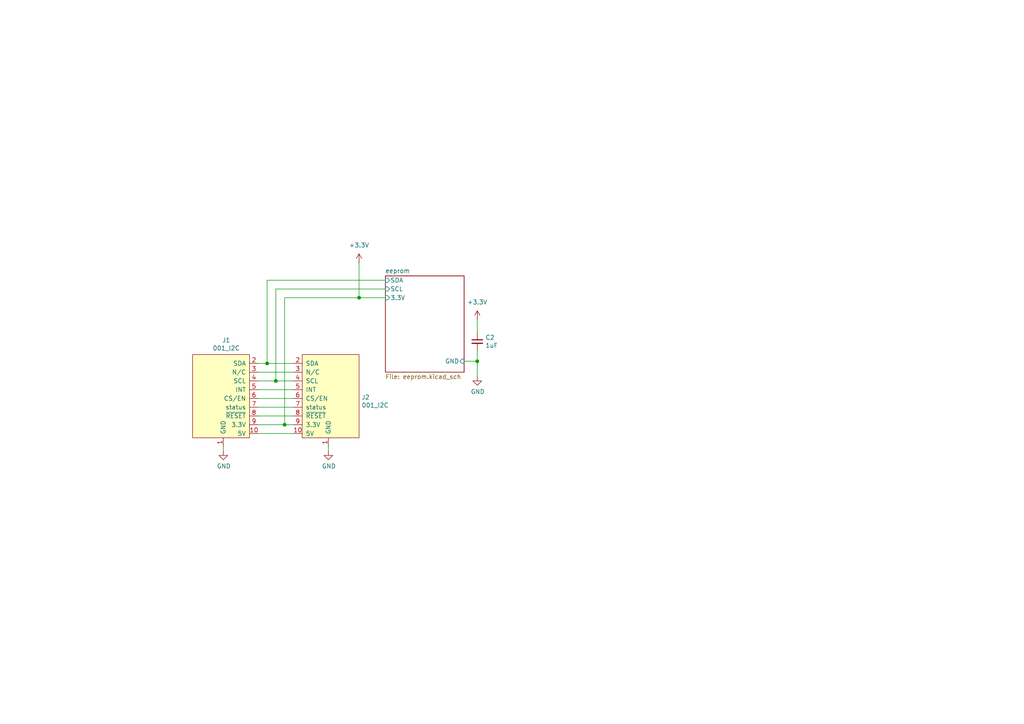
<source format=kicad_sch>
(kicad_sch
	(version 20231120)
	(generator "eeschema")
	(generator_version "8.0")
	(uuid "c3c93de0-69b1-4a04-8e0b-d78caf487c63")
	(paper "A4")
	(lib_symbols
		(symbol "Device:C_Small"
			(pin_numbers hide)
			(pin_names
				(offset 0.254) hide)
			(exclude_from_sim no)
			(in_bom yes)
			(on_board yes)
			(property "Reference" "C"
				(at 0.254 1.778 0)
				(effects
					(font
						(size 1.27 1.27)
					)
					(justify left)
				)
			)
			(property "Value" "C_Small"
				(at 0.254 -2.032 0)
				(effects
					(font
						(size 1.27 1.27)
					)
					(justify left)
				)
			)
			(property "Footprint" ""
				(at 0 0 0)
				(effects
					(font
						(size 1.27 1.27)
					)
					(hide yes)
				)
			)
			(property "Datasheet" "~"
				(at 0 0 0)
				(effects
					(font
						(size 1.27 1.27)
					)
					(hide yes)
				)
			)
			(property "Description" "Unpolarized capacitor, small symbol"
				(at 0 0 0)
				(effects
					(font
						(size 1.27 1.27)
					)
					(hide yes)
				)
			)
			(property "ki_keywords" "capacitor cap"
				(at 0 0 0)
				(effects
					(font
						(size 1.27 1.27)
					)
					(hide yes)
				)
			)
			(property "ki_fp_filters" "C_*"
				(at 0 0 0)
				(effects
					(font
						(size 1.27 1.27)
					)
					(hide yes)
				)
			)
			(symbol "C_Small_0_1"
				(polyline
					(pts
						(xy -1.524 -0.508) (xy 1.524 -0.508)
					)
					(stroke
						(width 0.3302)
						(type default)
					)
					(fill
						(type none)
					)
				)
				(polyline
					(pts
						(xy -1.524 0.508) (xy 1.524 0.508)
					)
					(stroke
						(width 0.3048)
						(type default)
					)
					(fill
						(type none)
					)
				)
			)
			(symbol "C_Small_1_1"
				(pin passive line
					(at 0 2.54 270)
					(length 2.032)
					(name "~"
						(effects
							(font
								(size 1.27 1.27)
							)
						)
					)
					(number "1"
						(effects
							(font
								(size 1.27 1.27)
							)
						)
					)
				)
				(pin passive line
					(at 0 -2.54 90)
					(length 2.032)
					(name "~"
						(effects
							(font
								(size 1.27 1.27)
							)
						)
					)
					(number "2"
						(effects
							(font
								(size 1.27 1.27)
							)
						)
					)
				)
			)
		)
		(symbol "power:+3.3V"
			(power)
			(pin_numbers hide)
			(pin_names
				(offset 0) hide)
			(exclude_from_sim no)
			(in_bom yes)
			(on_board yes)
			(property "Reference" "#PWR"
				(at 0 -3.81 0)
				(effects
					(font
						(size 1.27 1.27)
					)
					(hide yes)
				)
			)
			(property "Value" "+3.3V"
				(at 0 3.556 0)
				(effects
					(font
						(size 1.27 1.27)
					)
				)
			)
			(property "Footprint" ""
				(at 0 0 0)
				(effects
					(font
						(size 1.27 1.27)
					)
					(hide yes)
				)
			)
			(property "Datasheet" ""
				(at 0 0 0)
				(effects
					(font
						(size 1.27 1.27)
					)
					(hide yes)
				)
			)
			(property "Description" "Power symbol creates a global label with name \"+3.3V\""
				(at 0 0 0)
				(effects
					(font
						(size 1.27 1.27)
					)
					(hide yes)
				)
			)
			(property "ki_keywords" "global power"
				(at 0 0 0)
				(effects
					(font
						(size 1.27 1.27)
					)
					(hide yes)
				)
			)
			(symbol "+3.3V_0_1"
				(polyline
					(pts
						(xy -0.762 1.27) (xy 0 2.54)
					)
					(stroke
						(width 0)
						(type default)
					)
					(fill
						(type none)
					)
				)
				(polyline
					(pts
						(xy 0 0) (xy 0 2.54)
					)
					(stroke
						(width 0)
						(type default)
					)
					(fill
						(type none)
					)
				)
				(polyline
					(pts
						(xy 0 2.54) (xy 0.762 1.27)
					)
					(stroke
						(width 0)
						(type default)
					)
					(fill
						(type none)
					)
				)
			)
			(symbol "+3.3V_1_1"
				(pin power_in line
					(at 0 0 90)
					(length 0)
					(name "~"
						(effects
							(font
								(size 1.27 1.27)
							)
						)
					)
					(number "1"
						(effects
							(font
								(size 1.27 1.27)
							)
						)
					)
				)
			)
		)
		(symbol "power:GND"
			(power)
			(pin_numbers hide)
			(pin_names
				(offset 0) hide)
			(exclude_from_sim no)
			(in_bom yes)
			(on_board yes)
			(property "Reference" "#PWR"
				(at 0 -6.35 0)
				(effects
					(font
						(size 1.27 1.27)
					)
					(hide yes)
				)
			)
			(property "Value" "GND"
				(at 0 -3.81 0)
				(effects
					(font
						(size 1.27 1.27)
					)
				)
			)
			(property "Footprint" ""
				(at 0 0 0)
				(effects
					(font
						(size 1.27 1.27)
					)
					(hide yes)
				)
			)
			(property "Datasheet" ""
				(at 0 0 0)
				(effects
					(font
						(size 1.27 1.27)
					)
					(hide yes)
				)
			)
			(property "Description" "Power symbol creates a global label with name \"GND\" , ground"
				(at 0 0 0)
				(effects
					(font
						(size 1.27 1.27)
					)
					(hide yes)
				)
			)
			(property "ki_keywords" "global power"
				(at 0 0 0)
				(effects
					(font
						(size 1.27 1.27)
					)
					(hide yes)
				)
			)
			(symbol "GND_0_1"
				(polyline
					(pts
						(xy 0 0) (xy 0 -1.27) (xy 1.27 -1.27) (xy 0 -2.54) (xy -1.27 -1.27) (xy 0 -1.27)
					)
					(stroke
						(width 0)
						(type default)
					)
					(fill
						(type none)
					)
				)
			)
			(symbol "GND_1_1"
				(pin power_in line
					(at 0 0 270)
					(length 0)
					(name "~"
						(effects
							(font
								(size 1.27 1.27)
							)
						)
					)
					(number "1"
						(effects
							(font
								(size 1.27 1.27)
							)
						)
					)
				)
			)
		)
		(symbol "put_on_edge:001_I2C"
			(pin_names
				(offset 1.016)
			)
			(exclude_from_sim no)
			(in_bom yes)
			(on_board yes)
			(property "Reference" "J"
				(at -2.54 13.97 0)
				(effects
					(font
						(size 1.27 1.27)
					)
				)
			)
			(property "Value" "001_I2C"
				(at 8.89 13.97 0)
				(effects
					(font
						(size 1.27 1.27)
					)
				)
			)
			(property "Footprint" ""
				(at 7.62 16.51 0)
				(effects
					(font
						(size 1.27 1.27)
					)
					(hide yes)
				)
			)
			(property "Datasheet" ""
				(at 7.62 16.51 0)
				(effects
					(font
						(size 1.27 1.27)
					)
					(hide yes)
				)
			)
			(property "Description" ""
				(at 0 0 0)
				(effects
					(font
						(size 1.27 1.27)
					)
					(hide yes)
				)
			)
			(symbol "001_I2C_0_1"
				(rectangle
					(start -8.89 12.7)
					(end 7.62 -11.43)
					(stroke
						(width 0)
						(type default)
					)
					(fill
						(type background)
					)
				)
			)
			(symbol "001_I2C_1_1"
				(pin power_in line
					(at -1.27 -13.97 90)
					(length 2.54)
					(name "GND"
						(effects
							(font
								(size 1.27 1.27)
							)
						)
					)
					(number "1"
						(effects
							(font
								(size 1.27 1.27)
							)
						)
					)
				)
				(pin power_in line
					(at -11.43 -10.16 0)
					(length 2.54)
					(name "5V"
						(effects
							(font
								(size 1.27 1.27)
							)
						)
					)
					(number "10"
						(effects
							(font
								(size 1.27 1.27)
							)
						)
					)
				)
				(pin bidirectional line
					(at -11.43 10.16 0)
					(length 2.54)
					(name "SDA"
						(effects
							(font
								(size 1.27 1.27)
							)
						)
					)
					(number "2"
						(effects
							(font
								(size 1.27 1.27)
							)
						)
					)
				)
				(pin bidirectional line
					(at -11.43 7.62 0)
					(length 2.54)
					(name "N/C"
						(effects
							(font
								(size 1.27 1.27)
							)
						)
					)
					(number "3"
						(effects
							(font
								(size 1.27 1.27)
							)
						)
					)
				)
				(pin bidirectional line
					(at -11.43 5.08 0)
					(length 2.54)
					(name "SCL"
						(effects
							(font
								(size 1.27 1.27)
							)
						)
					)
					(number "4"
						(effects
							(font
								(size 1.27 1.27)
							)
						)
					)
				)
				(pin bidirectional line
					(at -11.43 2.54 0)
					(length 2.54)
					(name "INT"
						(effects
							(font
								(size 1.27 1.27)
							)
						)
					)
					(number "5"
						(effects
							(font
								(size 1.27 1.27)
							)
						)
					)
				)
				(pin bidirectional line
					(at -11.43 0 0)
					(length 2.54)
					(name "CS/EN"
						(effects
							(font
								(size 1.27 1.27)
							)
						)
					)
					(number "6"
						(effects
							(font
								(size 1.27 1.27)
							)
						)
					)
				)
				(pin bidirectional line
					(at -11.43 -2.54 0)
					(length 2.54)
					(name "status"
						(effects
							(font
								(size 1.27 1.27)
							)
						)
					)
					(number "7"
						(effects
							(font
								(size 1.27 1.27)
							)
						)
					)
				)
				(pin bidirectional line
					(at -11.43 -5.08 0)
					(length 2.54)
					(name "~{RESET}"
						(effects
							(font
								(size 1.27 1.27)
							)
						)
					)
					(number "8"
						(effects
							(font
								(size 1.27 1.27)
							)
						)
					)
				)
				(pin power_in line
					(at -11.43 -7.62 0)
					(length 2.54)
					(name "3.3V"
						(effects
							(font
								(size 1.27 1.27)
							)
						)
					)
					(number "9"
						(effects
							(font
								(size 1.27 1.27)
							)
						)
					)
				)
			)
		)
	)
	(junction
		(at 138.43 104.775)
		(diameter 0)
		(color 0 0 0 0)
		(uuid "1e658270-80d3-46b5-a9a7-a413a2e398a6")
	)
	(junction
		(at 82.55 123.19)
		(diameter 0)
		(color 0 0 0 0)
		(uuid "3425f7d7-e898-4946-a5b2-1d0d0ceba348")
	)
	(junction
		(at 77.47 105.41)
		(diameter 0)
		(color 0 0 0 0)
		(uuid "684c672b-9549-4ebb-97fb-36aa7df27a2c")
	)
	(junction
		(at 80.01 110.49)
		(diameter 0)
		(color 0 0 0 0)
		(uuid "afaff8af-3698-4bf6-a556-836549767bb8")
	)
	(junction
		(at 104.14 86.36)
		(diameter 0)
		(color 0 0 0 0)
		(uuid "c1972811-c4b5-4618-baa8-25c0d7723434")
	)
	(wire
		(pts
			(xy 111.76 81.28) (xy 77.47 81.28)
		)
		(stroke
			(width 0)
			(type default)
		)
		(uuid "03d88a85-11fd-47aa-954c-c318bb15294a")
	)
	(wire
		(pts
			(xy 138.43 92.71) (xy 138.43 96.52)
		)
		(stroke
			(width 0)
			(type default)
		)
		(uuid "0ae2607f-db35-4f6e-8b8a-7456ed7273ce")
	)
	(wire
		(pts
			(xy 138.43 104.775) (xy 134.62 104.775)
		)
		(stroke
			(width 0)
			(type default)
		)
		(uuid "120a7b0f-ddfd-4447-85c1-35665465acdb")
	)
	(wire
		(pts
			(xy 111.76 86.36) (xy 104.14 86.36)
		)
		(stroke
			(width 0)
			(type default)
		)
		(uuid "128e34ce-eee7-477d-b905-a493e98db783")
	)
	(wire
		(pts
			(xy 64.77 130.81) (xy 64.77 129.54)
		)
		(stroke
			(width 0)
			(type default)
		)
		(uuid "150878cb-7d3a-41c7-8cc9-7ea3dc444996")
	)
	(wire
		(pts
			(xy 77.47 81.28) (xy 77.47 105.41)
		)
		(stroke
			(width 0)
			(type default)
		)
		(uuid "1a2f72d1-0b36-4610-afc4-4ad1660d5d3b")
	)
	(wire
		(pts
			(xy 74.93 118.11) (xy 85.09 118.11)
		)
		(stroke
			(width 0)
			(type default)
		)
		(uuid "417f13e4-c121-485a-a6b5-8b55e70350b8")
	)
	(wire
		(pts
			(xy 74.93 107.95) (xy 85.09 107.95)
		)
		(stroke
			(width 0)
			(type default)
		)
		(uuid "4acead28-8afa-435e-9f13-cd2b091efe64")
	)
	(wire
		(pts
			(xy 74.93 123.19) (xy 82.55 123.19)
		)
		(stroke
			(width 0)
			(type default)
		)
		(uuid "4e344607-bcca-4b4e-9785-4b13a004ad47")
	)
	(wire
		(pts
			(xy 80.01 110.49) (xy 85.09 110.49)
		)
		(stroke
			(width 0)
			(type default)
		)
		(uuid "51c4dc0a-5b9f-4edf-a83f-4a12881e42ef")
	)
	(wire
		(pts
			(xy 74.93 105.41) (xy 77.47 105.41)
		)
		(stroke
			(width 0)
			(type default)
		)
		(uuid "67621f9e-0a6a-4778-ad69-04dcf300659c")
	)
	(wire
		(pts
			(xy 74.93 110.49) (xy 80.01 110.49)
		)
		(stroke
			(width 0)
			(type default)
		)
		(uuid "68e09be7-3bbc-4443-a838-209ce20b2bef")
	)
	(wire
		(pts
			(xy 74.93 113.03) (xy 85.09 113.03)
		)
		(stroke
			(width 0)
			(type default)
		)
		(uuid "6a780180-586a-4241-a52d-dc7a5ffcc966")
	)
	(wire
		(pts
			(xy 74.93 120.65) (xy 85.09 120.65)
		)
		(stroke
			(width 0)
			(type default)
		)
		(uuid "6ac16825-670d-44b4-a72e-7c9997e16067")
	)
	(wire
		(pts
			(xy 74.93 125.73) (xy 85.09 125.73)
		)
		(stroke
			(width 0)
			(type default)
		)
		(uuid "6bb79fe1-c978-493c-a06d-c611efb7322f")
	)
	(wire
		(pts
			(xy 82.55 123.19) (xy 85.09 123.19)
		)
		(stroke
			(width 0)
			(type default)
		)
		(uuid "7ee4a0d0-a731-4f74-9604-90ebd33efcb8")
	)
	(wire
		(pts
			(xy 74.93 115.57) (xy 85.09 115.57)
		)
		(stroke
			(width 0)
			(type default)
		)
		(uuid "800ae34a-1822-4c80-b809-9098cb50fc0a")
	)
	(wire
		(pts
			(xy 82.55 86.36) (xy 82.55 123.19)
		)
		(stroke
			(width 0)
			(type default)
		)
		(uuid "80a00800-6c3c-48f0-80ac-eee0de09cd94")
	)
	(wire
		(pts
			(xy 138.43 101.6) (xy 138.43 104.775)
		)
		(stroke
			(width 0)
			(type default)
		)
		(uuid "854dd5d4-5fd2-4730-bd49-a9cd8299a065")
	)
	(wire
		(pts
			(xy 80.01 83.82) (xy 80.01 110.49)
		)
		(stroke
			(width 0)
			(type default)
		)
		(uuid "98e81e80-1f85-4152-be3f-99785ea97751")
	)
	(wire
		(pts
			(xy 104.14 76.2) (xy 104.14 86.36)
		)
		(stroke
			(width 0)
			(type default)
		)
		(uuid "9c4c0122-815d-4363-af03-3f603cfdce4e")
	)
	(wire
		(pts
			(xy 111.76 83.82) (xy 80.01 83.82)
		)
		(stroke
			(width 0)
			(type default)
		)
		(uuid "b3d08afa-f296-4e3b-8825-73b6331d35bf")
	)
	(wire
		(pts
			(xy 138.43 104.775) (xy 138.43 109.22)
		)
		(stroke
			(width 0)
			(type default)
		)
		(uuid "cb95112c-1077-4218-bf5e-195563409c87")
	)
	(wire
		(pts
			(xy 104.14 86.36) (xy 82.55 86.36)
		)
		(stroke
			(width 0)
			(type default)
		)
		(uuid "e20233cb-e4d5-4be3-a4fa-aede62932e39")
	)
	(wire
		(pts
			(xy 95.25 129.54) (xy 95.25 130.81)
		)
		(stroke
			(width 0)
			(type default)
		)
		(uuid "e7336ce0-7c80-44a1-88c4-bb2204fe1123")
	)
	(wire
		(pts
			(xy 77.47 105.41) (xy 85.09 105.41)
		)
		(stroke
			(width 0)
			(type default)
		)
		(uuid "f5e5a521-bf19-49d3-a259-8d24e8fa63e1")
	)
	(symbol
		(lib_id "put_on_edge:001_I2C")
		(at 63.5 115.57 0)
		(mirror y)
		(unit 1)
		(exclude_from_sim no)
		(in_bom yes)
		(on_board yes)
		(dnp no)
		(uuid "00000000-0000-0000-0000-000060a8488c")
		(property "Reference" "J1"
			(at 65.6082 98.679 0)
			(effects
				(font
					(size 1.27 1.27)
				)
			)
		)
		(property "Value" "001_I2C"
			(at 65.6082 100.9904 0)
			(effects
				(font
					(size 1.27 1.27)
				)
			)
		)
		(property "Footprint" "on_edge:on_edge_2x05_device"
			(at 55.88 99.06 0)
			(effects
				(font
					(size 1.27 1.27)
				)
				(hide yes)
			)
		)
		(property "Datasheet" ""
			(at 55.88 99.06 0)
			(effects
				(font
					(size 1.27 1.27)
				)
				(hide yes)
			)
		)
		(property "Description" ""
			(at 63.5 115.57 0)
			(effects
				(font
					(size 1.27 1.27)
				)
				(hide yes)
			)
		)
		(property "lcsc" ""
			(at 63.5 115.57 0)
			(effects
				(font
					(size 1.27 1.27)
				)
				(hide yes)
			)
		)
		(pin "1"
			(uuid "75e40396-82ab-4fbe-8918-2c9f61b8e319")
		)
		(pin "10"
			(uuid "8aa5025c-ec47-4dcf-ad74-9679e3cdef83")
		)
		(pin "2"
			(uuid "75825f50-70b2-445a-90be-0311b87c7e5c")
		)
		(pin "3"
			(uuid "d096363e-612f-40ef-bd85-189b3adc14c1")
		)
		(pin "4"
			(uuid "4606986e-2944-4218-b5ea-646f2ccbc821")
		)
		(pin "5"
			(uuid "275d27b7-b611-4afe-95d4-476833c4e292")
		)
		(pin "8"
			(uuid "e2715118-2acd-4636-8cda-350f8c9a378e")
		)
		(pin "9"
			(uuid "710c87df-58cf-4d1c-ad64-932a210b6aae")
		)
		(pin "6"
			(uuid "9f2ac24c-0ee8-421f-b509-cb48462a03ec")
		)
		(pin "7"
			(uuid "779c440c-01e3-4f97-b9df-3089fd4247b9")
		)
		(instances
			(project "board"
				(path "/c3c93de0-69b1-4a04-8e0b-d78caf487c63"
					(reference "J1")
					(unit 1)
				)
			)
		)
	)
	(symbol
		(lib_id "put_on_edge:001_I2C")
		(at 96.52 115.57 0)
		(unit 1)
		(exclude_from_sim no)
		(in_bom yes)
		(on_board yes)
		(dnp no)
		(uuid "00000000-0000-0000-0000-000060a85020")
		(property "Reference" "J2"
			(at 104.8512 115.2398 0)
			(effects
				(font
					(size 1.27 1.27)
				)
				(justify left)
			)
		)
		(property "Value" "001_I2C"
			(at 104.8512 117.5512 0)
			(effects
				(font
					(size 1.27 1.27)
				)
				(justify left)
			)
		)
		(property "Footprint" "on_edge:on_edge_2x05_host"
			(at 104.14 99.06 0)
			(effects
				(font
					(size 1.27 1.27)
				)
				(hide yes)
			)
		)
		(property "Datasheet" ""
			(at 104.14 99.06 0)
			(effects
				(font
					(size 1.27 1.27)
				)
				(hide yes)
			)
		)
		(property "Description" ""
			(at 96.52 115.57 0)
			(effects
				(font
					(size 1.27 1.27)
				)
				(hide yes)
			)
		)
		(property "lcsc" ""
			(at 96.52 115.57 0)
			(effects
				(font
					(size 1.27 1.27)
				)
				(hide yes)
			)
		)
		(pin "1"
			(uuid "bc0f4bb4-c35b-4eae-b0a7-08ce79d65cdf")
		)
		(pin "10"
			(uuid "bb16a516-4131-4a51-bbea-b711bad6e2cf")
		)
		(pin "2"
			(uuid "a444eec5-e928-4788-a032-72ddc2d75cd0")
		)
		(pin "3"
			(uuid "985f8f5a-9247-42fe-bedd-44af6e0600ba")
		)
		(pin "4"
			(uuid "55d3bb9a-fd07-47f6-ac8c-0b322236c705")
		)
		(pin "5"
			(uuid "94b6cf4c-cfd3-4f45-9a61-c91eaca7f7c0")
		)
		(pin "8"
			(uuid "42bc0da6-4c60-48c4-9d16-4154c191a763")
		)
		(pin "9"
			(uuid "7db6856c-56e0-424a-afcb-36cf00770d5a")
		)
		(pin "6"
			(uuid "412af80d-b329-4fec-acbb-b342ff924925")
		)
		(pin "7"
			(uuid "fd4b21d1-dee1-4965-a0ed-440c7725950d")
		)
		(instances
			(project "board"
				(path "/c3c93de0-69b1-4a04-8e0b-d78caf487c63"
					(reference "J2")
					(unit 1)
				)
			)
		)
	)
	(symbol
		(lib_id "power:GND")
		(at 95.25 130.81 0)
		(unit 1)
		(exclude_from_sim no)
		(in_bom yes)
		(on_board yes)
		(dnp no)
		(uuid "00000000-0000-0000-0000-000060a86a80")
		(property "Reference" "#PWR0101"
			(at 95.25 137.16 0)
			(effects
				(font
					(size 1.27 1.27)
				)
				(hide yes)
			)
		)
		(property "Value" "GND"
			(at 95.377 135.2042 0)
			(effects
				(font
					(size 1.27 1.27)
				)
			)
		)
		(property "Footprint" ""
			(at 95.25 130.81 0)
			(effects
				(font
					(size 1.27 1.27)
				)
				(hide yes)
			)
		)
		(property "Datasheet" ""
			(at 95.25 130.81 0)
			(effects
				(font
					(size 1.27 1.27)
				)
				(hide yes)
			)
		)
		(property "Description" "Power symbol creates a global label with name \"GND\" , ground"
			(at 95.25 130.81 0)
			(effects
				(font
					(size 1.27 1.27)
				)
				(hide yes)
			)
		)
		(pin "1"
			(uuid "c8699630-e80d-466a-9378-095fa87eed6c")
		)
		(instances
			(project "board"
				(path "/c3c93de0-69b1-4a04-8e0b-d78caf487c63"
					(reference "#PWR0101")
					(unit 1)
				)
			)
		)
	)
	(symbol
		(lib_id "power:GND")
		(at 64.77 130.81 0)
		(unit 1)
		(exclude_from_sim no)
		(in_bom yes)
		(on_board yes)
		(dnp no)
		(uuid "00000000-0000-0000-0000-000060a86e5e")
		(property "Reference" "#PWR0102"
			(at 64.77 137.16 0)
			(effects
				(font
					(size 1.27 1.27)
				)
				(hide yes)
			)
		)
		(property "Value" "GND"
			(at 64.897 135.2042 0)
			(effects
				(font
					(size 1.27 1.27)
				)
			)
		)
		(property "Footprint" ""
			(at 64.77 130.81 0)
			(effects
				(font
					(size 1.27 1.27)
				)
				(hide yes)
			)
		)
		(property "Datasheet" ""
			(at 64.77 130.81 0)
			(effects
				(font
					(size 1.27 1.27)
				)
				(hide yes)
			)
		)
		(property "Description" "Power symbol creates a global label with name \"GND\" , ground"
			(at 64.77 130.81 0)
			(effects
				(font
					(size 1.27 1.27)
				)
				(hide yes)
			)
		)
		(pin "1"
			(uuid "feb3a40b-c867-4f50-a75a-52cae9820081")
		)
		(instances
			(project "board"
				(path "/c3c93de0-69b1-4a04-8e0b-d78caf487c63"
					(reference "#PWR0102")
					(unit 1)
				)
			)
		)
	)
	(symbol
		(lib_id "power:GND")
		(at 138.43 109.22 0)
		(unit 1)
		(exclude_from_sim no)
		(in_bom yes)
		(on_board yes)
		(dnp no)
		(uuid "00000000-0000-0000-0000-000060a8b074")
		(property "Reference" "#PWR0103"
			(at 138.43 115.57 0)
			(effects
				(font
					(size 1.27 1.27)
				)
				(hide yes)
			)
		)
		(property "Value" "GND"
			(at 138.557 113.6142 0)
			(effects
				(font
					(size 1.27 1.27)
				)
			)
		)
		(property "Footprint" ""
			(at 138.43 109.22 0)
			(effects
				(font
					(size 1.27 1.27)
				)
				(hide yes)
			)
		)
		(property "Datasheet" ""
			(at 138.43 109.22 0)
			(effects
				(font
					(size 1.27 1.27)
				)
				(hide yes)
			)
		)
		(property "Description" "Power symbol creates a global label with name \"GND\" , ground"
			(at 138.43 109.22 0)
			(effects
				(font
					(size 1.27 1.27)
				)
				(hide yes)
			)
		)
		(pin "1"
			(uuid "0619fa58-ee03-49b4-a8b2-bd9ca95592bd")
		)
		(instances
			(project "board"
				(path "/c3c93de0-69b1-4a04-8e0b-d78caf487c63"
					(reference "#PWR0103")
					(unit 1)
				)
			)
		)
	)
	(symbol
		(lib_id "power:+3.3V")
		(at 104.14 76.2 0)
		(unit 1)
		(exclude_from_sim no)
		(in_bom yes)
		(on_board yes)
		(dnp no)
		(fields_autoplaced yes)
		(uuid "11943c37-6335-463a-a514-b8b810564a2d")
		(property "Reference" "#PWR01"
			(at 104.14 80.01 0)
			(effects
				(font
					(size 1.27 1.27)
				)
				(hide yes)
			)
		)
		(property "Value" "+3.3V"
			(at 104.14 71.12 0)
			(effects
				(font
					(size 1.27 1.27)
				)
			)
		)
		(property "Footprint" ""
			(at 104.14 76.2 0)
			(effects
				(font
					(size 1.27 1.27)
				)
				(hide yes)
			)
		)
		(property "Datasheet" ""
			(at 104.14 76.2 0)
			(effects
				(font
					(size 1.27 1.27)
				)
				(hide yes)
			)
		)
		(property "Description" "Power symbol creates a global label with name \"+3.3V\""
			(at 104.14 76.2 0)
			(effects
				(font
					(size 1.27 1.27)
				)
				(hide yes)
			)
		)
		(pin "1"
			(uuid "8f1910cf-138a-4980-9ef1-a370a4b16709")
		)
		(instances
			(project "board"
				(path "/c3c93de0-69b1-4a04-8e0b-d78caf487c63"
					(reference "#PWR01")
					(unit 1)
				)
			)
		)
	)
	(symbol
		(lib_id "Device:C_Small")
		(at 138.43 99.06 0)
		(unit 1)
		(exclude_from_sim no)
		(in_bom yes)
		(on_board yes)
		(dnp no)
		(uuid "89806ad4-47e8-42c5-9a47-e71523ebc1ff")
		(property "Reference" "C2"
			(at 140.7668 97.8916 0)
			(effects
				(font
					(size 1.27 1.27)
				)
				(justify left)
			)
		)
		(property "Value" "1uF"
			(at 140.7668 100.203 0)
			(effects
				(font
					(size 1.27 1.27)
				)
				(justify left)
			)
		)
		(property "Footprint" "Capacitor_SMD:C_0603_1608Metric"
			(at 138.43 99.06 0)
			(effects
				(font
					(size 1.27 1.27)
				)
				(hide yes)
			)
		)
		(property "Datasheet" "~"
			(at 138.43 99.06 0)
			(effects
				(font
					(size 1.27 1.27)
				)
				(hide yes)
			)
		)
		(property "Description" "Unpolarized capacitor, small symbol"
			(at 138.43 99.06 0)
			(effects
				(font
					(size 1.27 1.27)
				)
				(hide yes)
			)
		)
		(property "lcsc" "C15849"
			(at 138.43 99.06 0)
			(effects
				(font
					(size 1.27 1.27)
				)
				(hide yes)
			)
		)
		(pin "1"
			(uuid "3422fb3e-4fc2-4c2b-99bf-104e53e20439")
		)
		(pin "2"
			(uuid "ed44a27e-be47-451c-b3f6-8587cfa9939e")
		)
		(instances
			(project "board"
				(path "/c3c93de0-69b1-4a04-8e0b-d78caf487c63"
					(reference "C2")
					(unit 1)
				)
			)
		)
	)
	(symbol
		(lib_id "power:+3.3V")
		(at 138.43 92.71 0)
		(unit 1)
		(exclude_from_sim no)
		(in_bom yes)
		(on_board yes)
		(dnp no)
		(fields_autoplaced yes)
		(uuid "c30b3d79-7478-4972-bf24-9365f0d8b08d")
		(property "Reference" "#PWR02"
			(at 138.43 96.52 0)
			(effects
				(font
					(size 1.27 1.27)
				)
				(hide yes)
			)
		)
		(property "Value" "+3.3V"
			(at 138.43 87.63 0)
			(effects
				(font
					(size 1.27 1.27)
				)
			)
		)
		(property "Footprint" ""
			(at 138.43 92.71 0)
			(effects
				(font
					(size 1.27 1.27)
				)
				(hide yes)
			)
		)
		(property "Datasheet" ""
			(at 138.43 92.71 0)
			(effects
				(font
					(size 1.27 1.27)
				)
				(hide yes)
			)
		)
		(property "Description" "Power symbol creates a global label with name \"+3.3V\""
			(at 138.43 92.71 0)
			(effects
				(font
					(size 1.27 1.27)
				)
				(hide yes)
			)
		)
		(pin "1"
			(uuid "da607e4a-eb37-4b7d-8945-28e2b10eafc9")
		)
		(instances
			(project "board"
				(path "/c3c93de0-69b1-4a04-8e0b-d78caf487c63"
					(reference "#PWR02")
					(unit 1)
				)
			)
		)
	)
	(sheet
		(at 111.76 80.01)
		(size 22.86 27.94)
		(fields_autoplaced yes)
		(stroke
			(width 0)
			(type solid)
		)
		(fill
			(color 0 0 0 0.0000)
		)
		(uuid "00000000-0000-0000-0000-000060a84648")
		(property "Sheetname" "eeprom"
			(at 111.76 79.2984 0)
			(effects
				(font
					(size 1.27 1.27)
				)
				(justify left bottom)
			)
		)
		(property "Sheetfile" "eeprom.kicad_sch"
			(at 111.76 108.5346 0)
			(effects
				(font
					(size 1.27 1.27)
				)
				(justify left top)
			)
		)
		(pin "SDA" input
			(at 111.76 81.28 180)
			(effects
				(font
					(size 1.27 1.27)
				)
				(justify left)
			)
			(uuid "ec9e24d8-d1c5-40e2-9812-dc315d05f470")
		)
		(pin "SCL" input
			(at 111.76 83.82 180)
			(effects
				(font
					(size 1.27 1.27)
				)
				(justify left)
			)
			(uuid "9702d639-3b1f-4825-8985-b32b9008503d")
		)
		(pin "GND" input
			(at 134.62 104.775 0)
			(effects
				(font
					(size 1.27 1.27)
				)
				(justify right)
			)
			(uuid "0d35483a-0b12-46cc-b9f2-896fd6831779")
		)
		(pin "3.3V" input
			(at 111.76 86.36 180)
			(effects
				(font
					(size 1.27 1.27)
				)
				(justify left)
			)
			(uuid "4e66a44f-7fa6-4e16-bf9b-62ec864301a5")
		)
		(instances
			(project "board"
				(path "/c3c93de0-69b1-4a04-8e0b-d78caf487c63"
					(page "2")
				)
			)
		)
	)
	(sheet_instances
		(path "/"
			(page "1")
		)
	)
)

</source>
